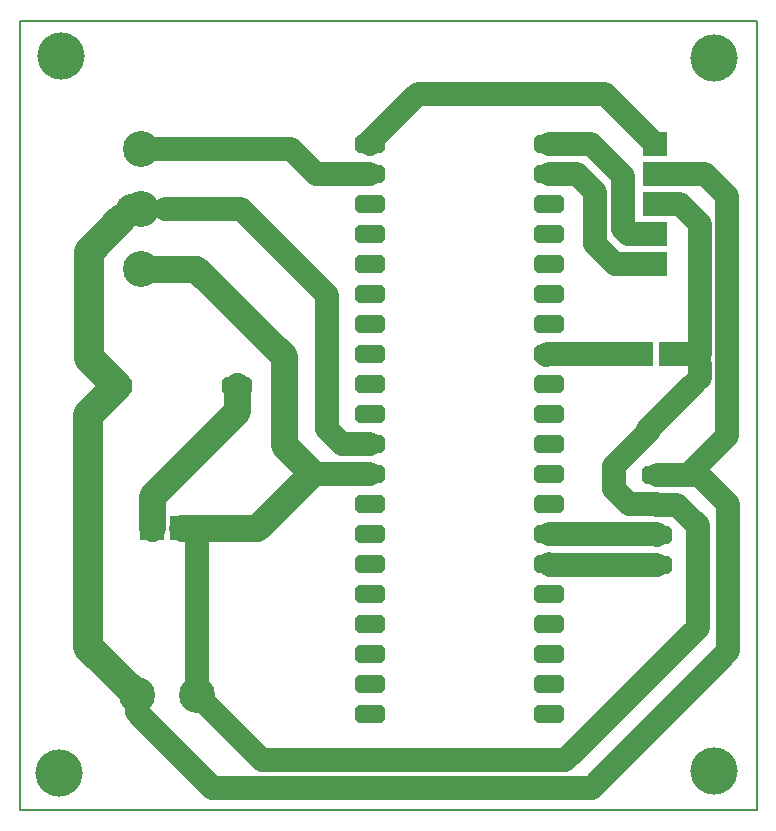
<source format=gbr>
G04 PROTEUS GERBER X2 FILE*
%TF.GenerationSoftware,Labcenter,Proteus,8.13-SP0-Build31525*%
%TF.CreationDate,2023-08-07T13:29:03+00:00*%
%TF.FileFunction,Copper,L2,Bot*%
%TF.FilePolarity,Positive*%
%TF.Part,Single*%
%TF.SameCoordinates,{815acf48-57e3-43f1-9c13-7170ba62ded0}*%
%FSLAX45Y45*%
%MOMM*%
G01*
%TA.AperFunction,Conductor*%
%ADD15C,2.032000*%
%ADD16C,2.540000*%
%ADD17C,2.286000*%
%ADD18C,0.254000*%
%AMDIL000*
4,1,8,
-1.270000,0.457200,-0.965200,0.762000,0.965200,0.762000,1.270000,0.457200,1.270000,-0.457200,
0.965200,-0.762000,-0.965200,-0.762000,-1.270000,-0.457200,-1.270000,0.457200,
0*%
%TA.AperFunction,ComponentPad*%
%ADD10DIL000*%
%TA.AperFunction,ComponentPad*%
%ADD11C,3.048000*%
%TA.AperFunction,OtherPad,Unknown*%
%ADD12C,4.000000*%
%TA.AperFunction,ComponentPad*%
%ADD13R,2.032000X2.032000*%
%TA.AperFunction,Profile*%
%ADD14C,0.203200*%
%TD.AperFunction*%
D15*
X+4710000Y+2458000D02*
X+5624000Y+2458000D01*
X+5630000Y+2452000D01*
X+5630000Y+2198000D02*
X+4716000Y+2198000D01*
X+4710000Y+2204000D01*
X+5790000Y+2706000D02*
X+5793856Y+2706000D01*
X+5930000Y+2569856D01*
X+5630000Y+2706000D02*
X+5790000Y+2706000D01*
X+5930000Y+2569856D02*
X+5943570Y+2556286D01*
X+5970000Y+2529856D01*
X+5970000Y+1660000D01*
X+4850000Y+540000D01*
X+2278000Y+540000D01*
X+1728000Y+1090000D01*
D16*
X+1220000Y+1090000D02*
X+810000Y+1500000D01*
X+810000Y+3466000D01*
X+1054000Y+3710000D01*
D17*
X+1350000Y+2510000D02*
X+1350000Y+2776025D01*
X+1382824Y+2808849D01*
X+2070000Y+3496025D01*
X+2070000Y+3710000D01*
X+2239425Y+2510000D02*
X+2692666Y+2963241D01*
X+2717405Y+2963241D01*
D15*
X+3200000Y+2966000D02*
X+2714646Y+2966000D01*
D17*
X+2717405Y+2963241D01*
D18*
X+2705323Y+2975323D02*
X+2714646Y+2966000D01*
D15*
X+1728000Y+1090000D02*
X+1728000Y+2498000D01*
X+1740000Y+2510000D01*
D17*
X+1604000Y+2510000D02*
X+1740000Y+2510000D01*
X+2239425Y+2510000D01*
D15*
X+3200000Y+5760000D02*
X+3200000Y+5785488D01*
X+3598633Y+6184121D01*
X+3672950Y+6184121D01*
X+5185879Y+6184121D01*
X+5305000Y+6065000D01*
X+5610000Y+5760000D02*
X+5305000Y+6065000D01*
X+5610000Y+4998000D02*
X+5382000Y+4998000D01*
X+5340000Y+5040000D01*
X+5340000Y+5490000D01*
X+5068127Y+5761873D01*
X+4711873Y+5761873D01*
X+4710000Y+5760000D01*
X+4710000Y+5506000D02*
X+4944310Y+5506000D01*
X+5100000Y+5350310D01*
X+5100000Y+4912143D01*
X+5268143Y+4744000D01*
X+5610000Y+4744000D01*
D17*
X+1260000Y+4704000D02*
X+1726000Y+4704000D01*
X+2470000Y+3960000D01*
X+2470000Y+3210646D01*
X+2705323Y+2975323D01*
D15*
X+1260000Y+5720000D02*
X+2524500Y+5720000D01*
X+2737723Y+5506777D01*
X+3199223Y+5506777D01*
X+3200000Y+5506000D01*
X+2835000Y+4477644D02*
X+2640000Y+4672644D01*
X+2586322Y+4726322D01*
X+2835000Y+3345000D02*
X+2835000Y+4477644D01*
X+3200000Y+3220000D02*
X+2960000Y+3220000D01*
X+2850000Y+3330000D01*
X+2835000Y+3345000D01*
D18*
X+1090000Y+5120000D02*
X+1176213Y+5206213D01*
X+1309558Y+5206213D01*
X+1460000Y+5206213D01*
D16*
X+1260000Y+5212000D02*
X+1182000Y+5212000D01*
X+1176213Y+5206213D01*
X+1090000Y+5120000D02*
X+813831Y+4843831D01*
X+813831Y+3950169D01*
X+1054000Y+3710000D01*
D15*
X+2586322Y+4726322D02*
X+2106431Y+5206213D01*
X+1460000Y+5206213D01*
X+5490000Y+3980000D02*
X+4692859Y+3980000D01*
X+4686113Y+3973254D01*
X+4710000Y+3982000D01*
D18*
X+5990000Y+3980000D02*
X+5990057Y+3980000D01*
X+6004233Y+3994176D01*
D15*
X+5610000Y+5252000D02*
X+5821328Y+5252000D01*
X+5990000Y+5083328D01*
X+5990000Y+3980000D01*
D18*
X+5630000Y+2706000D02*
X+5626000Y+2710000D01*
X+5622159Y+2710000D01*
D15*
X+5390000Y+2710000D01*
X+5260000Y+2840000D01*
D18*
X+5260000Y+2880000D01*
X+5260000Y+3030001D01*
X+5260000Y+3050000D01*
X+5363090Y+3153090D01*
X+5540000Y+3330000D01*
X+5570000Y+3360000D01*
X+5935000Y+3725000D01*
X+5990000Y+3780000D01*
X+5990000Y+3806564D01*
X+5990000Y+3900000D01*
X+5990000Y+3925133D01*
X+5990000Y+3979748D01*
X+5989748Y+3980000D01*
X+5966824Y+4002924D01*
X+5766924Y+4002924D01*
X+5744000Y+3980000D01*
D15*
X+5560000Y+3330000D02*
X+5260000Y+3030001D01*
X+5260000Y+2880000D01*
X+5260000Y+2840000D01*
X+5622159Y+2710000D02*
X+5630000Y+2706000D01*
X+5744000Y+3980000D02*
X+5989748Y+3980000D01*
X+5990000Y+3980000D01*
X+5990000Y+3979748D01*
X+5935000Y+3725000D02*
X+5570000Y+3360000D01*
X+5540000Y+3330000D01*
D18*
X+5363090Y+3153090D02*
X+5361912Y+3153090D01*
D15*
X+5990000Y+3780000D02*
X+5990000Y+3806564D01*
X+5990000Y+3900000D01*
X+5610000Y+5506000D02*
X+6032881Y+5506000D01*
X+6220000Y+5318881D01*
X+6220000Y+3288317D01*
X+5891683Y+2960000D01*
X+5630000Y+2960000D01*
X+5891683Y+2960000D02*
X+5984407Y+2960000D01*
X+6230000Y+2714407D01*
X+6230000Y+1462238D01*
X+5077762Y+310000D01*
X+1860000Y+310000D01*
X+1220000Y+950000D01*
X+1220000Y+1090000D01*
D10*
X+3200000Y+5760000D03*
X+3200000Y+5506000D03*
X+3200000Y+5252000D03*
X+3200000Y+4998000D03*
X+3200000Y+4744000D03*
X+3200000Y+4490000D03*
X+3200000Y+4236000D03*
X+3200000Y+3982000D03*
X+3200000Y+3728000D03*
X+3200000Y+3474000D03*
X+3200000Y+3220000D03*
X+3200000Y+2966000D03*
X+3200000Y+2712000D03*
X+3200000Y+2458000D03*
X+3200000Y+2204000D03*
X+3200000Y+1950000D03*
X+3200000Y+1696000D03*
X+3200000Y+1442000D03*
X+3200000Y+1188000D03*
X+3200000Y+934000D03*
X+4710000Y+5760000D03*
X+4710000Y+5506000D03*
X+4710000Y+5252000D03*
X+4710000Y+4998000D03*
X+4710000Y+4744000D03*
X+4710000Y+4490000D03*
X+4710000Y+4236000D03*
X+4710000Y+3982000D03*
X+4710000Y+3728000D03*
X+4710000Y+3474000D03*
X+4710000Y+3220000D03*
X+4710000Y+2966000D03*
X+4710000Y+2712000D03*
X+4710000Y+2458000D03*
X+4710000Y+2204000D03*
X+4710000Y+1950000D03*
X+4710000Y+1696000D03*
X+4710000Y+1442000D03*
X+4710000Y+1188000D03*
X+4710000Y+934000D03*
X+5630000Y+2960000D03*
X+5630000Y+2706000D03*
X+5630000Y+2452000D03*
X+5630000Y+2198000D03*
D11*
X+1220000Y+1090000D03*
X+1728000Y+1090000D03*
D10*
X+2070000Y+3710000D03*
X+1054000Y+3710000D03*
D11*
X+1260000Y+5720000D03*
X+1260000Y+5212000D03*
X+1260000Y+4704000D03*
D12*
X+580000Y+6500000D03*
X+6110000Y+6490000D03*
X+6110000Y+450000D03*
X+560000Y+430000D03*
D13*
X+1350000Y+2510000D03*
X+1604000Y+2510000D03*
X+5610000Y+5760000D03*
X+5610000Y+5506000D03*
X+5610000Y+5252000D03*
X+5610000Y+4998000D03*
X+5610000Y+4744000D03*
X+5490000Y+3980000D03*
X+5744000Y+3980000D03*
D14*
X+230000Y+120000D02*
X+6470000Y+120000D01*
X+6470000Y+6800000D01*
X+230000Y+6800000D01*
X+230000Y+120000D01*
M02*

</source>
